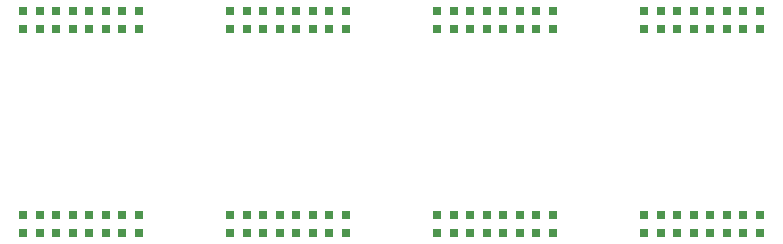
<source format=gtp>
G04 #@! TF.FileFunction,Paste,Top*
%FSLAX46Y46*%
G04 Gerber Fmt 4.6, Leading zero omitted, Abs format (unit mm)*
G04 Created by KiCad (PCBNEW 4.0.5+dfsg1-4) date Sat May  5 18:48:22 2018*
%MOMM*%
%LPD*%
G01*
G04 APERTURE LIST*
%ADD10C,0.100000*%
%ADD11R,0.800000X0.800000*%
G04 APERTURE END LIST*
D10*
D11*
X184023000Y-129121000D03*
X184023000Y-130721000D03*
X188214000Y-129121000D03*
X188214000Y-130721000D03*
X182626000Y-129121000D03*
X182626000Y-130721000D03*
X185420000Y-129121000D03*
X185420000Y-130721000D03*
X186817000Y-129121000D03*
X186817000Y-130721000D03*
X205740000Y-129121000D03*
X205740000Y-130721000D03*
X204343000Y-129121000D03*
X204343000Y-130721000D03*
X202946000Y-129121000D03*
X202946000Y-130721000D03*
X201549000Y-129121000D03*
X201549000Y-130721000D03*
X200152000Y-129121000D03*
X200152000Y-130721000D03*
X197358000Y-129121000D03*
X197358000Y-130721000D03*
X198755000Y-129121000D03*
X198755000Y-130721000D03*
X195961000Y-129121000D03*
X195961000Y-130721000D03*
X178435000Y-129121000D03*
X178435000Y-130721000D03*
X181229000Y-129121000D03*
X181229000Y-130721000D03*
X179832000Y-129121000D03*
X179832000Y-130721000D03*
X170688000Y-129121000D03*
X170688000Y-130721000D03*
X147574000Y-129121000D03*
X147574000Y-130721000D03*
X153162000Y-129121000D03*
X153162000Y-130721000D03*
X151765000Y-129121000D03*
X151765000Y-130721000D03*
X150368000Y-129121000D03*
X150368000Y-130721000D03*
X148971000Y-129121000D03*
X148971000Y-130721000D03*
X144780000Y-129121000D03*
X144780000Y-130721000D03*
X143383000Y-129121000D03*
X143383000Y-130721000D03*
X146177000Y-129121000D03*
X146177000Y-130721000D03*
X166497000Y-129121000D03*
X166497000Y-130721000D03*
X169291000Y-129121000D03*
X169291000Y-130721000D03*
X167894000Y-129121000D03*
X167894000Y-130721000D03*
X165100000Y-129121000D03*
X165100000Y-130721000D03*
X160909000Y-129121000D03*
X160909000Y-130721000D03*
X162306000Y-129121000D03*
X162306000Y-130721000D03*
X163703000Y-129121000D03*
X163703000Y-130721000D03*
X195961000Y-111849000D03*
X195961000Y-113449000D03*
X197358000Y-111849000D03*
X197358000Y-113449000D03*
X198755000Y-111849000D03*
X198755000Y-113449000D03*
X188214000Y-111849000D03*
X188214000Y-113449000D03*
X185420000Y-111849000D03*
X185420000Y-113449000D03*
X186817000Y-111849000D03*
X186817000Y-113449000D03*
X184023000Y-111849000D03*
X184023000Y-113449000D03*
X182626000Y-111849000D03*
X182626000Y-113449000D03*
X181229000Y-111849000D03*
X181229000Y-113449000D03*
X178435000Y-111849000D03*
X178435000Y-113449000D03*
X179832000Y-111849000D03*
X179832000Y-113449000D03*
X204343000Y-111849000D03*
X204343000Y-113449000D03*
X205740000Y-111849000D03*
X205740000Y-113449000D03*
X201549000Y-111849000D03*
X201549000Y-113449000D03*
X200152000Y-111849000D03*
X200152000Y-113449000D03*
X202946000Y-111849000D03*
X202946000Y-113449000D03*
X162306000Y-111849000D03*
X162306000Y-113449000D03*
X160909000Y-111849000D03*
X160909000Y-113449000D03*
X163703000Y-111849000D03*
X163703000Y-113449000D03*
X170688000Y-111849000D03*
X170688000Y-113449000D03*
X166497000Y-111849000D03*
X166497000Y-113449000D03*
X167894000Y-111849000D03*
X167894000Y-113449000D03*
X169291000Y-111849000D03*
X169291000Y-113449000D03*
X165100000Y-111849000D03*
X165100000Y-113449000D03*
X143383000Y-111849000D03*
X143383000Y-113449000D03*
X144780000Y-111849000D03*
X144780000Y-113449000D03*
X146177000Y-111849000D03*
X146177000Y-113449000D03*
X147574000Y-111849000D03*
X147574000Y-113449000D03*
X148971000Y-111849000D03*
X148971000Y-113449000D03*
X150368000Y-111849000D03*
X150368000Y-113449000D03*
X151765000Y-111849000D03*
X151765000Y-113449000D03*
X153162000Y-111849000D03*
X153162000Y-113449000D03*
M02*

</source>
